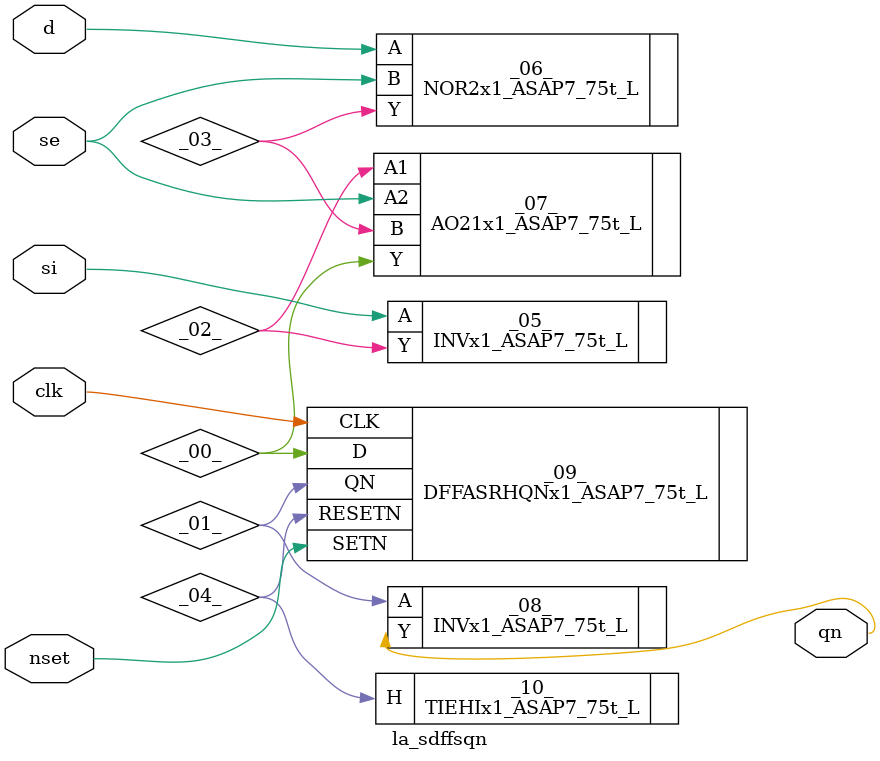
<source format=v>

/* Generated by Yosys 0.44 (git sha1 80ba43d26, g++ 11.4.0-1ubuntu1~22.04 -fPIC -O3) */

(* top =  1  *)
(* src = "generated" *)
module la_sdffsqn (
    d,
    si,
    se,
    clk,
    nset,
    qn
);
  (* src = "generated" *)
  wire _00_;
  wire _01_;
  wire _02_;
  wire _03_;
  wire _04_;
  (* src = "generated" *)
  input clk;
  wire clk;
  (* src = "generated" *)
  input d;
  wire d;
  (* src = "generated" *)
  input nset;
  wire nset;
  (* src = "generated" *)
  output qn;
  wire qn;
  (* src = "generated" *)
  input se;
  wire se;
  (* src = "generated" *)
  input si;
  wire si;
  INVx1_ASAP7_75t_L _05_ (
      .A(si),
      .Y(_02_)
  );
  NOR2x1_ASAP7_75t_L _06_ (
      .A(d),
      .B(se),
      .Y(_03_)
  );
  AO21x1_ASAP7_75t_L _07_ (
      .A1(_02_),
      .A2(se),
      .B (_03_),
      .Y (_00_)
  );
  INVx1_ASAP7_75t_L _08_ (
      .A(_01_),
      .Y(qn)
  );
  (* src = "generated" *)
  DFFASRHQNx1_ASAP7_75t_L _09_ (
      .CLK(clk),
      .D(_00_),
      .QN(_01_),
      .RESETN(_04_),
      .SETN(nset)
  );
  TIEHIx1_ASAP7_75t_L _10_ (.H(_04_));
endmodule

</source>
